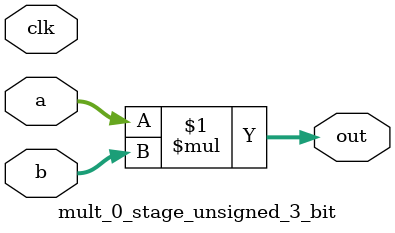
<source format=sv>
(* use_dsp = "yes" *) module mult_0_stage_unsigned_3_bit(
	input  [2:0] a,
	input  [2:0] b,
	output [2:0] out,
	input clk);

	assign out = a * b;
endmodule

</source>
